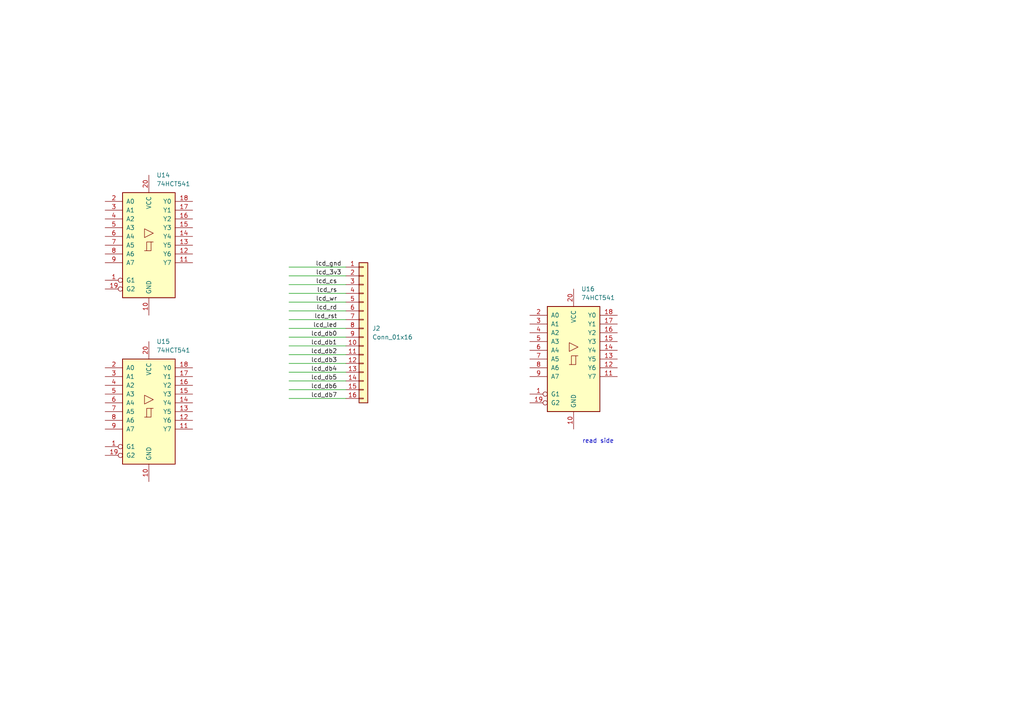
<source format=kicad_sch>
(kicad_sch (version 20231120) (generator "eeschema") (generator_version "8.0")
  (paper "A4")
  (lib_symbols
    (symbol "74xx:74HCT541" (pin_names (offset 1.016))
      (property "Reference" "U" (at -7.62 16.51 0))
      (property "Value" "74HCT541" (at -7.62 -16.51 0))
      (symbol "74HCT541_1_0"
        (polyline (pts (xy -0.635 -1.6002) (xy -0.635 0.9398) (xy 0.635 0.9398)))
        (polyline (pts (xy -1.27 -1.6002) (xy 0.635 -1.6002) (xy 0.635 0.9398) (xy 1.27 0.9398)))
        (polyline (pts (xy 1.27 3.4798) (xy -1.27 4.7498) (xy -1.27 2.2098) (xy 1.27 3.4798)) (stroke (width 0.1524)))
        (pin input inverted (at -12.7 -10.16 0) (length 5.08) (name "G1") (number "1"))
        (pin power_in line (at 0 -20.32 90) (length 5.08) (name "GND") (number "10"))
        (pin tri_state line (at 12.7 -5.08 180) (length 5.08) (name "Y7") (number "11"))
        (pin tri_state line (at 12.7 -2.54 180) (length 5.08) (name "Y6") (number "12"))
        (pin tri_state line (at 12.7 0 180) (length 5.08) (name "Y5") (number "13"))
        (pin tri_state line (at 12.7 2.54 180) (length 5.08) (name "Y4") (number "14"))
        (pin tri_state line (at 12.7 5.08 180) (length 5.08) (name "Y3") (number "15"))
        (pin tri_state line (at 12.7 7.62 180) (length 5.08) (name "Y2") (number "16"))
        (pin tri_state line (at 12.7 10.16 180) (length 5.08) (name "Y1") (number "17"))
        (pin tri_state line (at 12.7 12.7 180) (length 5.08) (name "Y0") (number "18"))
        (pin input inverted (at -12.7 -12.7 0) (length 5.08) (name "G2") (number "19"))
        (pin input line (at -12.7 12.7 0) (length 5.08) (name "A0") (number "2"))
        (pin power_in line (at 0 20.32 270) (length 5.08) (name "VCC") (number "20"))
        (pin input line (at -12.7 10.16 0) (length 5.08) (name "A1") (number "3"))
        (pin input line (at -12.7 7.62 0) (length 5.08) (name "A2") (number "4"))
        (pin input line (at -12.7 5.08 0) (length 5.08) (name "A3") (number "5"))
        (pin input line (at -12.7 2.54 0) (length 5.08) (name "A4") (number "6"))
        (pin input line (at -12.7 0 0) (length 5.08) (name "A5") (number "7"))
        (pin input line (at -12.7 -2.54 0) (length 5.08) (name "A6") (number "8"))
        (pin input line (at -12.7 -5.08 0) (length 5.08) (name "A7") (number "9"))
      )
      (symbol "74HCT541_1_1"
        (rectangle (start -7.62 15.24) (end 7.62 -15.24) (stroke (width 0.254)) (fill (type background)))
      )
    )
    (symbol "Connector_Generic:Conn_01x16" (pin_names (offset 1.016) hide)
      (property "Reference" "J" (at 0 20.32 0))
      (property "Value" "Conn_01x16" (at 0 -22.86 0))
      (symbol "Conn_01x16_1_1"
        (rectangle (start -1.27 -20.193) (end 0 -20.447) (stroke (width 0.1524)))
        (rectangle (start -1.27 -17.653) (end 0 -17.907) (stroke (width 0.1524)))
        (rectangle (start -1.27 -15.113) (end 0 -15.367) (stroke (width 0.1524)))
        (rectangle (start -1.27 -12.573) (end 0 -12.827) (stroke (width 0.1524)))
        (rectangle (start -1.27 -10.033) (end 0 -10.287) (stroke (width 0.1524)))
        (rectangle (start -1.27 -7.493) (end 0 -7.747) (stroke (width 0.1524)))
        (rectangle (start -1.27 -4.953) (end 0 -5.207) (stroke (width 0.1524)))
        (rectangle (start -1.27 -2.413) (end 0 -2.667) (stroke (width 0.1524)))
        (rectangle (start -1.27 0.127) (end 0 -0.127) (stroke (width 0.1524)))
        (rectangle (start -1.27 2.667) (end 0 2.413) (stroke (width 0.1524)))
        (rectangle (start -1.27 5.207) (end 0 4.953) (stroke (width 0.1524)))
        (rectangle (start -1.27 7.747) (end 0 7.493) (stroke (width 0.1524)))
        (rectangle (start -1.27 10.287) (end 0 10.033) (stroke (width 0.1524)))
        (rectangle (start -1.27 12.827) (end 0 12.573) (stroke (width 0.1524)))
        (rectangle (start -1.27 15.367) (end 0 15.113) (stroke (width 0.1524)))
        (rectangle (start -1.27 17.907) (end 0 17.653) (stroke (width 0.1524)))
        (rectangle (start -1.27 19.05) (end 1.27 -21.59) (stroke (width 0.254)) (fill (type background)))
        (pin passive line (at -5.08 17.78 0) (length 3.81) (name "Pin_1") (number "1"))
        (pin passive line (at -5.08 -5.08 0) (length 3.81) (name "Pin_10") (number "10"))
        (pin passive line (at -5.08 -7.62 0) (length 3.81) (name "Pin_11") (number "11"))
        (pin passive line (at -5.08 -10.16 0) (length 3.81) (name "Pin_12") (number "12"))
        (pin passive line (at -5.08 -12.7 0) (length 3.81) (name "Pin_13") (number "13"))
        (pin passive line (at -5.08 -15.24 0) (length 3.81) (name "Pin_14") (number "14"))
        (pin passive line (at -5.08 -17.78 0) (length 3.81) (name "Pin_15") (number "15"))
        (pin passive line (at -5.08 -20.32 0) (length 3.81) (name "Pin_16") (number "16"))
        (pin passive line (at -5.08 15.24 0) (length 3.81) (name "Pin_2") (number "2"))
        (pin passive line (at -5.08 12.7 0) (length 3.81) (name "Pin_3") (number "3"))
        (pin passive line (at -5.08 10.16 0) (length 3.81) (name "Pin_4") (number "4"))
        (pin passive line (at -5.08 7.62 0) (length 3.81) (name "Pin_5") (number "5"))
        (pin passive line (at -5.08 5.08 0) (length 3.81) (name "Pin_6") (number "6"))
        (pin passive line (at -5.08 2.54 0) (length 3.81) (name "Pin_7") (number "7"))
        (pin passive line (at -5.08 0 0) (length 3.81) (name "Pin_8") (number "8"))
        (pin passive line (at -5.08 -2.54 0) (length 3.81) (name "Pin_9") (number "9"))
      )
    )
  )
  (wire (pts (xy 83.82 110.49) (xy 100.33 110.49)))
  (wire (pts (xy 83.82 77.47) (xy 100.33 77.47)))
  (wire (pts (xy 83.82 80.01) (xy 100.33 80.01)))
  (wire (pts (xy 83.82 92.71) (xy 100.33 92.71)))
  (wire (pts (xy 83.82 113.03) (xy 100.33 113.03)))
  (wire (pts (xy 83.82 87.63) (xy 100.33 87.63)))
  (wire (pts (xy 83.82 115.57) (xy 100.33 115.57)))
  (wire (pts (xy 83.82 82.55) (xy 100.33 82.55)))
  (wire (pts (xy 83.82 95.25) (xy 100.33 95.25)))
  (wire (pts (xy 83.82 97.79) (xy 100.33 97.79)))
  (wire (pts (xy 83.82 100.33) (xy 100.33 100.33)))
  (wire (pts (xy 83.82 107.95) (xy 100.33 107.95)))
  (wire (pts (xy 83.82 102.87) (xy 100.33 102.87)))
  (wire (pts (xy 83.82 105.41) (xy 100.33 105.41)))
  (wire (pts (xy 83.82 90.17) (xy 100.33 90.17)))
  (wire (pts (xy 83.82 85.09) (xy 100.33 85.09)))
  (text "read side" (at 173.482 128.016 0) (effects (font (size 1.27 1.27))))
  (label "lcd_rd" (at 97.79 90.17 180))
  (label "lcd_3v3" (at 99.06 80.01 180))
  (label "lcd_db2" (at 97.79 102.87 180))
  (label "lcd_db1" (at 97.79 100.33 180))
  (label "lcd_db6" (at 97.79 113.03 180))
  (label "lcd_rs" (at 97.79 85.09 180))
  (label "lcd_db7" (at 97.79 115.57 180))
  (label "lcd_led" (at 97.79 95.25 180))
  (label "lcd_rst" (at 97.79 92.71 180))
  (label "lcd_wr" (at 97.79 87.63 180))
  (label "lcd_db5" (at 97.79 110.49 180))
  (label "lcd_cs" (at 97.79 82.55 180))
  (label "lcd_gnd" (at 99.06 77.47 180))
  (label "lcd_db0" (at 97.79 97.79 180))
  (label "lcd_db3" (at 97.79 105.41 180))
  (label "lcd_db4" (at 97.79 107.95 180))
  (symbol (lib_id "74xx:74HCT541") (at 43.18 119.38 0) (unit 1)
    (property "Reference" "U15" (at 45.3741 99.06 0) (effects (justify left)))
    (property "Value" "74HCT541" (at 45.3741 101.6 0) (effects (justify left)))
    (property "Datasheet" "http://www.ti.com/lit/gpn/sn74HCT541" (effects (hide yes)))
    (property "Description" "8-bit Buffer/Line Driver 3-state outputs" (effects (hide yes)))
  )
  (symbol (lib_id "74xx:74HCT541") (at 43.18 71.12 0) (unit 1)
    (property "Reference" "U14" (at 45.3741 50.8 0) (effects (justify left)))
    (property "Value" "74HCT541" (at 45.3741 53.34 0) (effects (justify left)))
    (property "Datasheet" "http://www.ti.com/lit/gpn/sn74HCT541" (effects (hide yes)))
    (property "Description" "8-bit Buffer/Line Driver 3-state outputs" (effects (hide yes)))
  )
  (symbol (lib_id "Connector_Generic:Conn_01x16") (at 105.41 95.25 0) (unit 1)
    (property "Reference" "J2" (at 107.95 95.2499 0) (effects (justify left)))
    (property "Value" "Conn_01x16" (at 107.95 97.7899 0) (effects (justify left)))
    (property "Description" "Generic connector, single row, 01x16, script generated (kicad-library-utils/schlib/autogen/connector/)" (effects (hide yes)))
  )
  (symbol (lib_id "74xx:74HCT541") (at 166.37 104.14 0) (unit 1)
    (property "Reference" "U16" (at 168.5641 83.82 0) (effects (justify left)))
    (property "Value" "74HCT541" (at 168.5641 86.36 0) (effects (justify left)))
    (property "Datasheet" "http://www.ti.com/lit/gpn/sn74HCT541" (effects (hide yes)))
    (property "Description" "8-bit Buffer/Line Driver 3-state outputs" (effects (hide yes)))
  )
)
</source>
